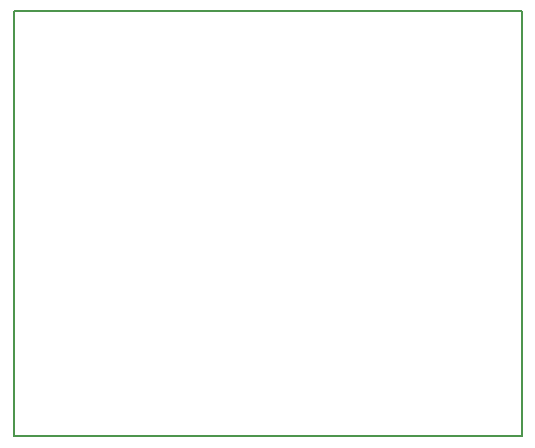
<source format=gm1>
G04 #@! TF.FileFunction,Profile,NP*
%FSLAX46Y46*%
G04 Gerber Fmt 4.6, Leading zero omitted, Abs format (unit mm)*
G04 Created by KiCad (PCBNEW 4.0.1-stable) date 2017/12/09 22:36:48*
%MOMM*%
G01*
G04 APERTURE LIST*
%ADD10C,0.050000*%
%ADD11C,0.150000*%
G04 APERTURE END LIST*
D10*
D11*
X137500000Y-95500000D02*
X138000000Y-95500000D01*
X137500000Y-96000000D02*
X137500000Y-95500000D01*
X180500000Y-95500000D02*
X180000000Y-95500000D01*
X180500000Y-96000000D02*
X180500000Y-95500000D01*
X180500000Y-131500000D02*
X180500000Y-131000000D01*
X180000000Y-131500000D02*
X180500000Y-131500000D01*
X137500000Y-131500000D02*
X137500000Y-131000000D01*
X138000000Y-131500000D02*
X137500000Y-131500000D01*
X137500000Y-131000000D02*
X137500000Y-96000000D01*
X180000000Y-131500000D02*
X138000000Y-131500000D01*
X180500000Y-96000000D02*
X180500000Y-131000000D01*
X138000000Y-95500000D02*
X180000000Y-95500000D01*
M02*

</source>
